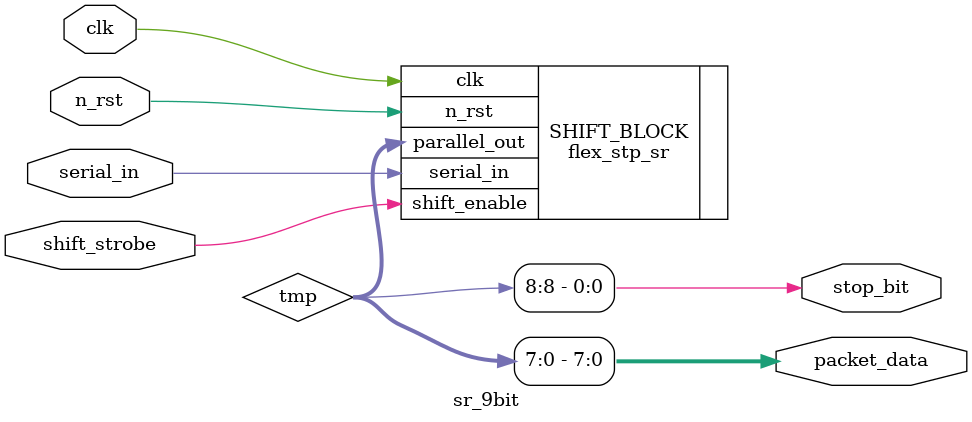
<source format=sv>
module sr_9bit
  (
    input wire clk,
    input wire n_rst,
    input wire shift_strobe,
    input wire serial_in,
    output wire [7:0] packet_data,
    output wire stop_bit
    );
    reg [8:0] tmp;
  flex_stp_sr #(9,0) SHIFT_BLOCK(.clk(clk), .n_rst(n_rst), .shift_enable(shift_strobe), .serial_in(serial_in), .parallel_out(tmp));
  assign packet_data = tmp[7:0];
  assign stop_bit = tmp[8];
endmodule
</source>
